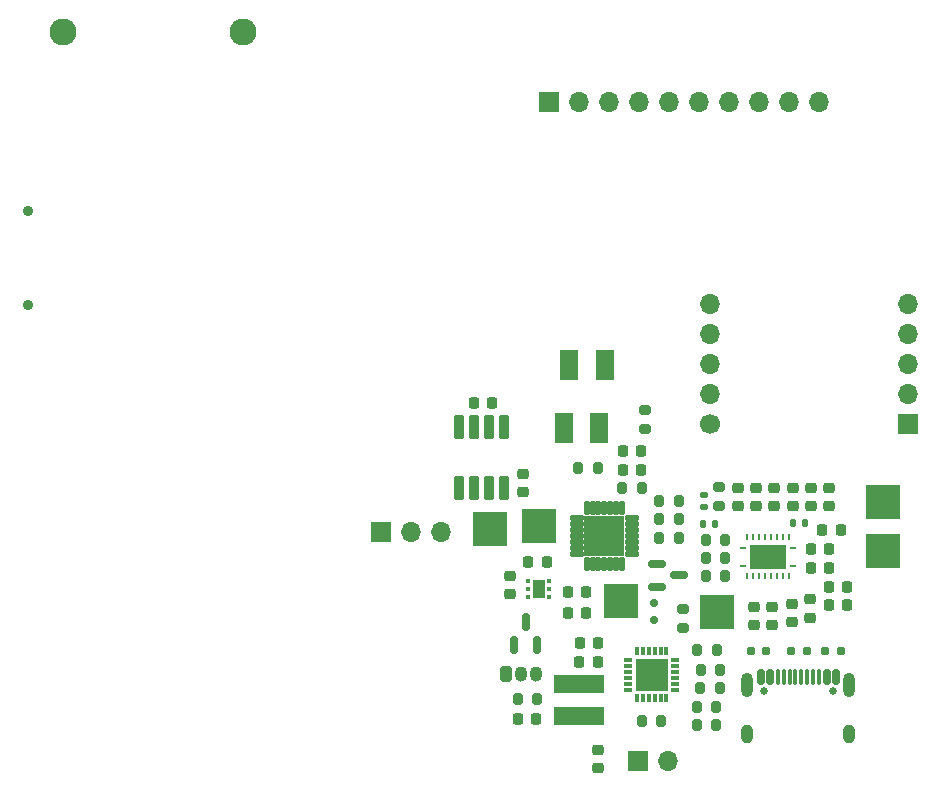
<source format=gbr>
%TF.GenerationSoftware,KiCad,Pcbnew,8.0.5*%
%TF.CreationDate,2024-10-11T13:06:57+01:00*%
%TF.ProjectId,esquema_eletronico,65737175-656d-4615-9f65-6c6574726f6e,rev?*%
%TF.SameCoordinates,Original*%
%TF.FileFunction,Soldermask,Bot*%
%TF.FilePolarity,Negative*%
%FSLAX46Y46*%
G04 Gerber Fmt 4.6, Leading zero omitted, Abs format (unit mm)*
G04 Created by KiCad (PCBNEW 8.0.5) date 2024-10-11 13:06:57*
%MOMM*%
%LPD*%
G01*
G04 APERTURE LIST*
G04 Aperture macros list*
%AMRoundRect*
0 Rectangle with rounded corners*
0 $1 Rounding radius*
0 $2 $3 $4 $5 $6 $7 $8 $9 X,Y pos of 4 corners*
0 Add a 4 corners polygon primitive as box body*
4,1,4,$2,$3,$4,$5,$6,$7,$8,$9,$2,$3,0*
0 Add four circle primitives for the rounded corners*
1,1,$1+$1,$2,$3*
1,1,$1+$1,$4,$5*
1,1,$1+$1,$6,$7*
1,1,$1+$1,$8,$9*
0 Add four rect primitives between the rounded corners*
20,1,$1+$1,$2,$3,$4,$5,0*
20,1,$1+$1,$4,$5,$6,$7,0*
20,1,$1+$1,$6,$7,$8,$9,0*
20,1,$1+$1,$8,$9,$2,$3,0*%
G04 Aperture macros list end*
%ADD10RoundRect,0.225000X0.250000X-0.225000X0.250000X0.225000X-0.250000X0.225000X-0.250000X-0.225000X0*%
%ADD11RoundRect,0.225000X-0.250000X0.225000X-0.250000X-0.225000X0.250000X-0.225000X0.250000X0.225000X0*%
%ADD12R,1.700000X1.700000*%
%ADD13O,1.700000X1.700000*%
%ADD14C,1.700000*%
%ADD15C,0.900000*%
%ADD16RoundRect,0.249900X-0.275100X-0.400100X0.275100X-0.400100X0.275100X0.400100X-0.275100X0.400100X0*%
%ADD17O,1.050000X1.300000*%
%ADD18RoundRect,0.225000X0.225000X0.250000X-0.225000X0.250000X-0.225000X-0.250000X0.225000X-0.250000X0*%
%ADD19R,3.000000X3.000000*%
%ADD20R,1.500000X2.600000*%
%ADD21R,4.200000X1.500000*%
%ADD22RoundRect,0.200000X0.200000X0.275000X-0.200000X0.275000X-0.200000X-0.275000X0.200000X-0.275000X0*%
%ADD23RoundRect,0.200000X-0.200000X-0.275000X0.200000X-0.275000X0.200000X0.275000X-0.200000X0.275000X0*%
%ADD24RoundRect,0.093750X0.093750X0.106250X-0.093750X0.106250X-0.093750X-0.106250X0.093750X-0.106250X0*%
%ADD25R,1.000000X1.600000*%
%ADD26R,0.300000X0.800000*%
%ADD27R,0.800000X0.300000*%
%ADD28R,2.800000X2.800000*%
%ADD29RoundRect,0.150000X0.150000X-0.587500X0.150000X0.587500X-0.150000X0.587500X-0.150000X-0.587500X0*%
%ADD30RoundRect,0.200000X0.275000X-0.200000X0.275000X0.200000X-0.275000X0.200000X-0.275000X-0.200000X0*%
%ADD31C,2.286000*%
%ADD32RoundRect,0.225000X-0.225000X-0.250000X0.225000X-0.250000X0.225000X0.250000X-0.225000X0.250000X0*%
%ADD33RoundRect,0.102000X0.295000X-0.875000X0.295000X0.875000X-0.295000X0.875000X-0.295000X-0.875000X0*%
%ADD34C,0.650000*%
%ADD35RoundRect,0.150000X0.150000X0.500000X-0.150000X0.500000X-0.150000X-0.500000X0.150000X-0.500000X0*%
%ADD36RoundRect,0.075000X0.075000X0.575000X-0.075000X0.575000X-0.075000X-0.575000X0.075000X-0.575000X0*%
%ADD37O,1.000000X1.600000*%
%ADD38O,1.000000X2.100000*%
%ADD39RoundRect,0.150000X-0.200000X0.150000X-0.200000X-0.150000X0.200000X-0.150000X0.200000X0.150000X0*%
%ADD40RoundRect,0.135000X0.185000X-0.135000X0.185000X0.135000X-0.185000X0.135000X-0.185000X-0.135000X0*%
%ADD41R,0.600000X0.240000*%
%ADD42R,0.240000X0.600000*%
%ADD43R,3.050000X2.050000*%
%ADD44RoundRect,0.102000X-0.135000X0.495000X-0.135000X-0.495000X0.135000X-0.495000X0.135000X0.495000X0*%
%ADD45RoundRect,0.102000X-0.495000X0.135000X-0.495000X-0.135000X0.495000X-0.135000X0.495000X0.135000X0*%
%ADD46RoundRect,0.102000X-1.625000X1.625000X-1.625000X-1.625000X1.625000X-1.625000X1.625000X1.625000X0*%
%ADD47RoundRect,0.200000X-0.275000X0.200000X-0.275000X-0.200000X0.275000X-0.200000X0.275000X0.200000X0*%
%ADD48RoundRect,0.135000X0.135000X0.185000X-0.135000X0.185000X-0.135000X-0.185000X0.135000X-0.185000X0*%
%ADD49RoundRect,0.102000X-0.240000X-0.200000X0.240000X-0.200000X0.240000X0.200000X-0.240000X0.200000X0*%
%ADD50RoundRect,0.150000X-0.587500X-0.150000X0.587500X-0.150000X0.587500X0.150000X-0.587500X0.150000X0*%
%ADD51RoundRect,0.102000X0.240000X0.200000X-0.240000X0.200000X-0.240000X-0.200000X0.240000X-0.200000X0*%
G04 APERTURE END LIST*
D10*
%TO.C,C39*%
X149000000Y-116075000D03*
X149000000Y-114525000D03*
%TD*%
D11*
%TO.C,C10*%
X150350000Y-124600000D03*
X150350000Y-126150000D03*
%TD*%
D12*
%TO.C,U9*%
X161850000Y-109130000D03*
D13*
X161850000Y-106590000D03*
X161850000Y-104050000D03*
X161850000Y-101510000D03*
X161850000Y-98970000D03*
X145070000Y-98960000D03*
X145070000Y-101500000D03*
X145070000Y-104040000D03*
X145070000Y-106580000D03*
D14*
X145070000Y-109120000D03*
%TD*%
D12*
%TO.C,J1_TMP1*%
X117220000Y-118250000D03*
D13*
X119760000Y-118250000D03*
X122300000Y-118250000D03*
%TD*%
D12*
%TO.C,U4*%
X131457500Y-81855000D03*
D13*
X133997500Y-81855000D03*
X136537500Y-81855000D03*
X139077500Y-81855000D03*
X141617500Y-81855000D03*
X144157500Y-81855000D03*
X146697500Y-81855000D03*
X149237500Y-81855000D03*
X151777500Y-81855000D03*
X154317500Y-81855000D03*
%TD*%
D15*
%TO.C,J3*%
X87300000Y-91025000D03*
X87300000Y-99025000D03*
%TD*%
D16*
%TO.C,U2*%
X127795000Y-130260000D03*
D17*
X129065000Y-130260000D03*
X130335000Y-130260000D03*
%TD*%
D18*
%TO.C,C31*%
X130375000Y-134060000D03*
X128825000Y-134060000D03*
%TD*%
D10*
%TO.C,C19*%
X147425000Y-116050000D03*
X147425000Y-114500000D03*
%TD*%
D19*
%TO.C,TP4*%
X137500000Y-124075000D03*
%TD*%
D20*
%TO.C,D7*%
X135700000Y-109450000D03*
X132700000Y-109450000D03*
%TD*%
D21*
%TO.C,L1*%
X134000000Y-131125000D03*
X134000000Y-133825000D03*
%TD*%
D12*
%TO.C,J1*%
X139000000Y-137625000D03*
D13*
X141540000Y-137625000D03*
%TD*%
D22*
%TO.C,R36*%
X142400000Y-118710000D03*
X140750000Y-118710000D03*
%TD*%
D23*
%TO.C,R32*%
X139280000Y-134200000D03*
X140930000Y-134200000D03*
%TD*%
D10*
%TO.C,C22*%
X150525000Y-116075000D03*
X150525000Y-114525000D03*
%TD*%
D24*
%TO.C,U3*%
X131457500Y-122400000D03*
X131457500Y-123050000D03*
X131457500Y-123700000D03*
X129682500Y-123700000D03*
X129682500Y-123050000D03*
X129682500Y-122400000D03*
D25*
X130570000Y-123050000D03*
%TD*%
D23*
%TO.C,R31*%
X144275000Y-129925000D03*
X145925000Y-129925000D03*
%TD*%
D11*
%TO.C,C1*%
X129275000Y-113325000D03*
X129275000Y-114875000D03*
%TD*%
D23*
%TO.C,R30*%
X143930000Y-134605000D03*
X145580000Y-134605000D03*
%TD*%
D26*
%TO.C,IC2*%
X138880000Y-128325000D03*
X139380000Y-128325000D03*
X139880000Y-128325000D03*
X140380000Y-128325000D03*
X140880000Y-128325000D03*
X141380000Y-128325000D03*
D27*
X142130000Y-129075000D03*
X142130000Y-129575000D03*
X142130000Y-130075000D03*
X142130000Y-130575000D03*
X142130000Y-131075000D03*
X142130000Y-131575000D03*
D26*
X141380000Y-132325000D03*
X140880000Y-132325000D03*
X140380000Y-132325000D03*
X139880000Y-132325000D03*
X139380000Y-132325000D03*
X138880000Y-132325000D03*
D27*
X138130000Y-131575000D03*
X138130000Y-131075000D03*
X138130000Y-130575000D03*
X138130000Y-130075000D03*
X138130000Y-129575000D03*
X138130000Y-129075000D03*
D28*
X140130000Y-130325000D03*
%TD*%
D18*
%TO.C,C6*%
X131225000Y-120775000D03*
X129675000Y-120775000D03*
%TD*%
D19*
%TO.C,TP3*%
X145675000Y-125050000D03*
%TD*%
D29*
%TO.C,Q4*%
X130405000Y-127765000D03*
X128505000Y-127765000D03*
X129455000Y-125890000D03*
%TD*%
D19*
%TO.C,TP7*%
X126425000Y-117950000D03*
%TD*%
D10*
%TO.C,C25*%
X152100000Y-116075000D03*
X152100000Y-114525000D03*
%TD*%
D30*
%TO.C,R6*%
X145850000Y-116050000D03*
X145850000Y-114400000D03*
%TD*%
D22*
%TO.C,R34*%
X145580000Y-133055000D03*
X143930000Y-133055000D03*
%TD*%
D31*
%TO.C,BT1*%
X105500000Y-75887500D03*
X90300000Y-75887500D03*
%TD*%
D32*
%TO.C,C15*%
X155125000Y-122850000D03*
X156675000Y-122850000D03*
%TD*%
%TO.C,C14*%
X153625000Y-121300000D03*
X155175000Y-121300000D03*
%TD*%
D33*
%TO.C,U1*%
X127600000Y-114500000D03*
X126330000Y-114500000D03*
X125060000Y-114500000D03*
X123790000Y-114500000D03*
X123790000Y-109330000D03*
X125060000Y-109330000D03*
X126330000Y-109330000D03*
X127600000Y-109330000D03*
%TD*%
D19*
%TO.C,TP5*%
X159675000Y-115700000D03*
%TD*%
D18*
%TO.C,C16*%
X156650000Y-124400000D03*
X155100000Y-124400000D03*
%TD*%
%TO.C,C18*%
X155175000Y-119700000D03*
X153625000Y-119700000D03*
%TD*%
D34*
%TO.C,J2*%
X155440000Y-131670000D03*
X149660000Y-131670000D03*
D35*
X155750000Y-130530000D03*
X154950000Y-130530000D03*
D36*
X153800000Y-130530000D03*
X152800000Y-130530000D03*
X152300000Y-130530000D03*
X151300000Y-130530000D03*
D35*
X150150000Y-130530000D03*
X149350000Y-130530000D03*
X149350000Y-130530000D03*
X150150000Y-130530000D03*
D36*
X150800000Y-130530000D03*
X151800000Y-130530000D03*
X153300000Y-130530000D03*
X154300000Y-130530000D03*
D35*
X154950000Y-130530000D03*
X155750000Y-130530000D03*
D37*
X156870000Y-135350000D03*
D38*
X156870000Y-131170000D03*
D37*
X148230000Y-135350000D03*
D38*
X148230000Y-131170000D03*
%TD*%
D22*
%TO.C,R22*%
X146350000Y-118900000D03*
X144700000Y-118900000D03*
%TD*%
D39*
%TO.C,D5*%
X140350000Y-125675000D03*
X140350000Y-124275000D03*
%TD*%
D40*
%TO.C,R25*%
X144575000Y-116135000D03*
X144575000Y-115115000D03*
%TD*%
D23*
%TO.C,R24*%
X144725000Y-121975000D03*
X146375000Y-121975000D03*
%TD*%
D22*
%TO.C,R8*%
X130435000Y-132370000D03*
X128785000Y-132370000D03*
%TD*%
D41*
%TO.C,U6*%
X152125000Y-121100000D03*
D42*
X151725000Y-122000000D03*
X151225000Y-122000000D03*
X150725000Y-122000000D03*
X150225000Y-122000000D03*
X149725000Y-122000000D03*
X149225000Y-122000000D03*
X148725000Y-122000000D03*
X148225000Y-122000000D03*
D41*
X147825000Y-121100000D03*
X147825000Y-119600000D03*
D42*
X148225000Y-118700000D03*
X148725000Y-118700000D03*
X149225000Y-118700000D03*
X149725000Y-118700000D03*
X150225000Y-118700000D03*
X150725000Y-118700000D03*
X151225000Y-118700000D03*
X151725000Y-118700000D03*
D41*
X152125000Y-119600000D03*
D43*
X149975000Y-120350000D03*
%TD*%
D20*
%TO.C,D6*%
X133150000Y-104075000D03*
X136150000Y-104075000D03*
%TD*%
D44*
%TO.C,U8*%
X134625000Y-116200000D03*
X135125000Y-116200000D03*
X135625000Y-116200000D03*
X136125000Y-116200000D03*
X136625000Y-116200000D03*
X137125000Y-116200000D03*
X137625000Y-116200000D03*
D45*
X138485000Y-117060000D03*
X138485000Y-117560000D03*
X138485000Y-118060000D03*
X138485000Y-118560000D03*
X138485000Y-119060000D03*
X138485000Y-119560000D03*
X138485000Y-120060000D03*
D44*
X137625000Y-120920000D03*
X137125000Y-120920000D03*
X136625000Y-120920000D03*
X136125000Y-120920000D03*
X135625000Y-120920000D03*
X135125000Y-120920000D03*
X134625000Y-120920000D03*
D45*
X133765000Y-120060000D03*
X133765000Y-119560000D03*
X133765000Y-119060000D03*
X133765000Y-118560000D03*
X133765000Y-118060000D03*
X133765000Y-117560000D03*
X133765000Y-117060000D03*
D46*
X136125000Y-118560000D03*
%TD*%
D18*
%TO.C,C27*%
X134580000Y-125100000D03*
X133030000Y-125100000D03*
%TD*%
%TO.C,C26*%
X134605000Y-123350000D03*
X133055000Y-123350000D03*
%TD*%
D19*
%TO.C,TP6*%
X159675000Y-119825000D03*
%TD*%
D11*
%TO.C,C13*%
X152000000Y-124325000D03*
X152000000Y-125875000D03*
%TD*%
D47*
%TO.C,R28*%
X142750000Y-124725000D03*
X142750000Y-126375000D03*
%TD*%
D23*
%TO.C,R39*%
X140775000Y-115585000D03*
X142425000Y-115585000D03*
%TD*%
D32*
%TO.C,C20*%
X154575000Y-118100000D03*
X156125000Y-118100000D03*
%TD*%
D48*
%TO.C,R27*%
X145525000Y-117575000D03*
X144505000Y-117575000D03*
%TD*%
D23*
%TO.C,R9*%
X133900000Y-112800000D03*
X135550000Y-112800000D03*
%TD*%
D49*
%TO.C,D4*%
X154842500Y-128300000D03*
X156162500Y-128300000D03*
%TD*%
D18*
%TO.C,C28*%
X135555000Y-129225000D03*
X134005000Y-129225000D03*
%TD*%
D22*
%TO.C,R23*%
X146350000Y-120425000D03*
X144700000Y-120425000D03*
%TD*%
D10*
%TO.C,C23*%
X155175000Y-116075000D03*
X155175000Y-114525000D03*
%TD*%
D32*
%TO.C,C38*%
X137675000Y-112960000D03*
X139225000Y-112960000D03*
%TD*%
D10*
%TO.C,C24*%
X153650000Y-116075000D03*
X153650000Y-114525000D03*
%TD*%
D23*
%TO.C,R38*%
X137625000Y-114510000D03*
X139275000Y-114510000D03*
%TD*%
D18*
%TO.C,C29*%
X135580000Y-127675000D03*
X134030000Y-127675000D03*
%TD*%
D10*
%TO.C,C5*%
X128100000Y-123475000D03*
X128100000Y-121925000D03*
%TD*%
D48*
%TO.C,R26*%
X153110000Y-117450000D03*
X152090000Y-117450000D03*
%TD*%
D11*
%TO.C,C30*%
X135575000Y-136650000D03*
X135575000Y-138200000D03*
%TD*%
D23*
%TO.C,R29*%
X143980000Y-128205000D03*
X145630000Y-128205000D03*
%TD*%
D50*
%TO.C,Q3*%
X140580000Y-122850000D03*
X140580000Y-120950000D03*
X142455000Y-121900000D03*
%TD*%
D51*
%TO.C,D3*%
X149825000Y-128300000D03*
X148505000Y-128300000D03*
%TD*%
D11*
%TO.C,C17*%
X148750000Y-124600000D03*
X148750000Y-126150000D03*
%TD*%
D23*
%TO.C,R37*%
X140750000Y-117160000D03*
X142400000Y-117160000D03*
%TD*%
D22*
%TO.C,R33*%
X145900000Y-131475000D03*
X144250000Y-131475000D03*
%TD*%
D49*
%TO.C,D2*%
X151942500Y-128300000D03*
X153262500Y-128300000D03*
%TD*%
D19*
%TO.C,TP8*%
X130575000Y-117725000D03*
%TD*%
D47*
%TO.C,R7*%
X139550000Y-107875000D03*
X139550000Y-109525000D03*
%TD*%
D32*
%TO.C,C2*%
X125100000Y-107325000D03*
X126650000Y-107325000D03*
%TD*%
%TO.C,C37*%
X137675000Y-111410000D03*
X139225000Y-111410000D03*
%TD*%
D11*
%TO.C,C21*%
X153525000Y-123925000D03*
X153525000Y-125475000D03*
%TD*%
M02*

</source>
